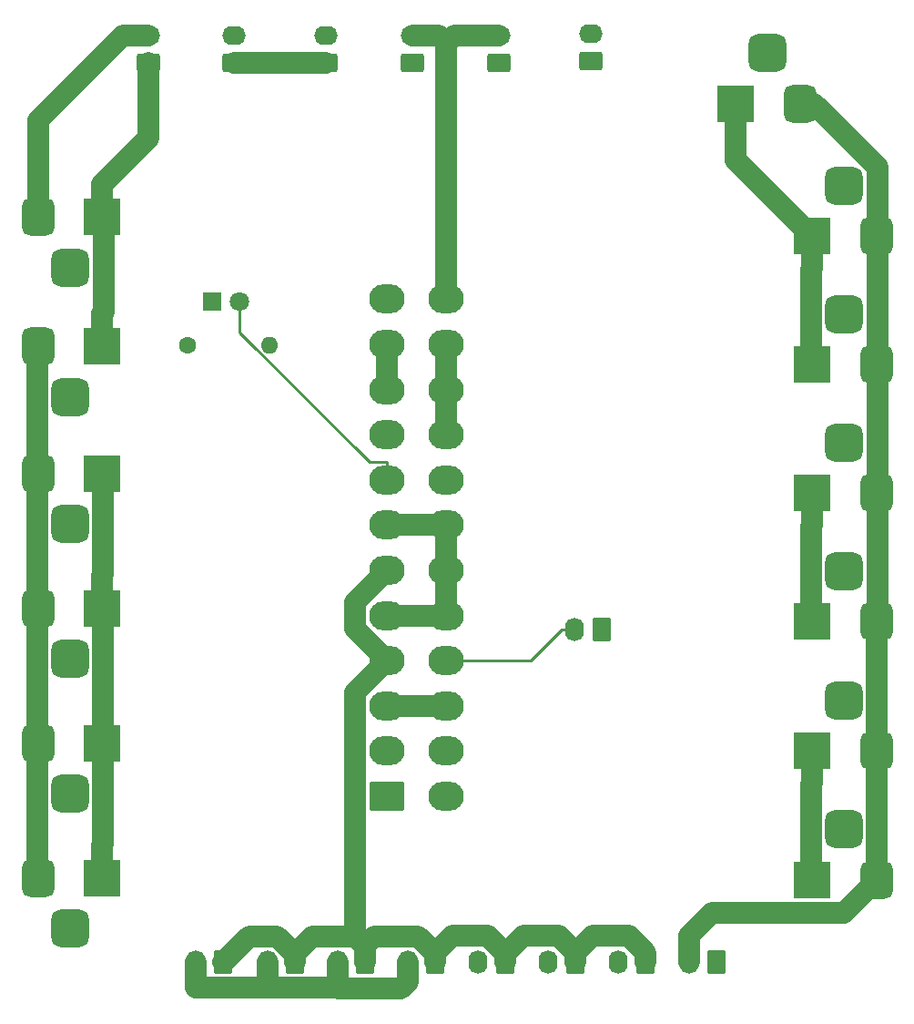
<source format=gbr>
%TF.GenerationSoftware,KiCad,Pcbnew,8.0.3*%
%TF.CreationDate,2024-12-02T19:38:21+10:00*%
%TF.ProjectId,a10 Power Distro PCB v1,61313020-506f-4776-9572-204469737472,rev?*%
%TF.SameCoordinates,Original*%
%TF.FileFunction,Copper,L1,Top*%
%TF.FilePolarity,Positive*%
%FSLAX46Y46*%
G04 Gerber Fmt 4.6, Leading zero omitted, Abs format (unit mm)*
G04 Created by KiCad (PCBNEW 8.0.3) date 2024-12-02 19:38:21*
%MOMM*%
%LPD*%
G01*
G04 APERTURE LIST*
G04 Aperture macros list*
%AMRoundRect*
0 Rectangle with rounded corners*
0 $1 Rounding radius*
0 $2 $3 $4 $5 $6 $7 $8 $9 X,Y pos of 4 corners*
0 Add a 4 corners polygon primitive as box body*
4,1,4,$2,$3,$4,$5,$6,$7,$8,$9,$2,$3,0*
0 Add four circle primitives for the rounded corners*
1,1,$1+$1,$2,$3*
1,1,$1+$1,$4,$5*
1,1,$1+$1,$6,$7*
1,1,$1+$1,$8,$9*
0 Add four rect primitives between the rounded corners*
20,1,$1+$1,$2,$3,$4,$5,0*
20,1,$1+$1,$4,$5,$6,$7,0*
20,1,$1+$1,$6,$7,$8,$9,0*
20,1,$1+$1,$8,$9,$2,$3,0*%
G04 Aperture macros list end*
%TA.AperFunction,ComponentPad*%
%ADD10RoundRect,0.250000X0.620000X0.845000X-0.620000X0.845000X-0.620000X-0.845000X0.620000X-0.845000X0*%
%TD*%
%TA.AperFunction,ComponentPad*%
%ADD11O,1.740000X2.190000*%
%TD*%
%TA.AperFunction,ComponentPad*%
%ADD12R,3.500000X3.500000*%
%TD*%
%TA.AperFunction,ComponentPad*%
%ADD13RoundRect,0.750000X0.750000X1.000000X-0.750000X1.000000X-0.750000X-1.000000X0.750000X-1.000000X0*%
%TD*%
%TA.AperFunction,ComponentPad*%
%ADD14RoundRect,0.875000X0.875000X0.875000X-0.875000X0.875000X-0.875000X-0.875000X0.875000X-0.875000X0*%
%TD*%
%TA.AperFunction,ComponentPad*%
%ADD15RoundRect,0.750000X-0.750000X-1.000000X0.750000X-1.000000X0.750000X1.000000X-0.750000X1.000000X0*%
%TD*%
%TA.AperFunction,ComponentPad*%
%ADD16RoundRect,0.875000X-0.875000X-0.875000X0.875000X-0.875000X0.875000X0.875000X-0.875000X0.875000X0*%
%TD*%
%TA.AperFunction,ComponentPad*%
%ADD17RoundRect,0.250001X1.399999X-1.099999X1.399999X1.099999X-1.399999X1.099999X-1.399999X-1.099999X0*%
%TD*%
%TA.AperFunction,ComponentPad*%
%ADD18O,3.300000X2.700000*%
%TD*%
%TA.AperFunction,ComponentPad*%
%ADD19RoundRect,0.250000X0.845000X-0.620000X0.845000X0.620000X-0.845000X0.620000X-0.845000X-0.620000X0*%
%TD*%
%TA.AperFunction,ComponentPad*%
%ADD20O,2.190000X1.740000*%
%TD*%
%TA.AperFunction,ComponentPad*%
%ADD21R,1.800000X1.800000*%
%TD*%
%TA.AperFunction,ComponentPad*%
%ADD22C,1.800000*%
%TD*%
%TA.AperFunction,ComponentPad*%
%ADD23C,1.600000*%
%TD*%
%TA.AperFunction,ComponentPad*%
%ADD24O,1.600000X1.600000*%
%TD*%
%TA.AperFunction,Conductor*%
%ADD25C,2.000000*%
%TD*%
%TA.AperFunction,Conductor*%
%ADD26C,0.250000*%
%TD*%
G04 APERTURE END LIST*
D10*
%TO.P,J5,1,Pin_1*%
%TO.N,/LED5V1*%
X52228200Y-89750800D03*
D11*
%TO.P,J5,2,Pin_2*%
%TO.N,/LEDGND*%
X49688200Y-89750800D03*
%TD*%
D10*
%TO.P,J13,1,Pin_1*%
%TO.N,/LED5V1*%
X58762200Y-89700000D03*
D11*
%TO.P,J13,2,Pin_2*%
%TO.N,/LEDGND*%
X56222200Y-89700000D03*
%TD*%
D10*
%TO.P,J6,1,Pin_1*%
%TO.N,/LED5V1*%
X65296100Y-89700000D03*
D11*
%TO.P,J6,2,Pin_2*%
%TO.N,/LEDGND*%
X62756100Y-89700000D03*
%TD*%
D10*
%TO.P,J14,1,Pin_1*%
%TO.N,/LED5V1*%
X71830000Y-89700000D03*
D11*
%TO.P,J14,2,Pin_2*%
%TO.N,/LEDGND*%
X69290000Y-89700000D03*
%TD*%
D12*
%TO.P,J1,1,Pin_1*%
%TO.N,/LED5V1*%
X80720000Y-34217500D03*
D13*
%TO.P,J1,2,Pin_2*%
%TO.N,/LEDGND*%
X86720000Y-34217500D03*
D14*
%TO.P,J1,3*%
%TO.N,N/C*%
X83720000Y-29517500D03*
%TD*%
D12*
%TO.P,J16,1,Pin_1*%
%TO.N,/LED5V1*%
X80720000Y-46147500D03*
D13*
%TO.P,J16,2,Pin_2*%
%TO.N,/LEDGND*%
X86720000Y-46147500D03*
D14*
%TO.P,J16,3*%
%TO.N,N/C*%
X83720000Y-41447500D03*
%TD*%
D12*
%TO.P,J2,1,Pin_1*%
%TO.N,/LED5V1*%
X80720000Y-58107500D03*
D13*
%TO.P,J2,2,Pin_2*%
%TO.N,/LEDGND*%
X86720000Y-58107500D03*
D14*
%TO.P,J2,3*%
%TO.N,N/C*%
X83720000Y-53407500D03*
%TD*%
D12*
%TO.P,J17,1,Pin_1*%
%TO.N,/LED5V1*%
X80720000Y-70117500D03*
D13*
%TO.P,J17,2,Pin_2*%
%TO.N,/LEDGND*%
X86720000Y-70117500D03*
D14*
%TO.P,J17,3*%
%TO.N,N/C*%
X83720000Y-65417500D03*
%TD*%
D12*
%TO.P,J23,1,Pin_1*%
%TO.N,/12VSOCKETS+*%
X14750000Y-44330000D03*
D15*
%TO.P,J23,2,Pin_2*%
%TO.N,/LEDGND*%
X8750000Y-44330000D03*
D16*
%TO.P,J23,3*%
%TO.N,N/C*%
X11750000Y-49030000D03*
%TD*%
D12*
%TO.P,J8,1,Pin_1*%
%TO.N,/12VSOCKETS+*%
X14750000Y-56865800D03*
D15*
%TO.P,J8,2,Pin_2*%
%TO.N,/LEDGND*%
X8750000Y-56865800D03*
D16*
%TO.P,J8,3*%
%TO.N,N/C*%
X11750000Y-61565800D03*
%TD*%
D12*
%TO.P,J24,1,Pin_1*%
%TO.N,/12VSOCKETS+*%
X14750000Y-69401600D03*
D15*
%TO.P,J24,2,Pin_2*%
%TO.N,/LEDGND*%
X8750000Y-69401600D03*
D16*
%TO.P,J24,3*%
%TO.N,N/C*%
X11750000Y-74101600D03*
%TD*%
D17*
%TO.P,J29,1,Pin_1*%
%TO.N,unconnected-(J29-Pad1)*%
X41237000Y-74330000D03*
D18*
%TO.P,J29,2,Pin_2*%
%TO.N,unconnected-(J29-Pad2)*%
X41237000Y-70130000D03*
%TO.P,J29,3,Pin_3*%
%TO.N,/LEDGND*%
X41237000Y-65930000D03*
%TO.P,J29,4,Pin_4*%
%TO.N,/LED5V1*%
X41237000Y-61730000D03*
%TO.P,J29,5,Pin_5*%
%TO.N,/LEDGND*%
X41237000Y-57530000D03*
%TO.P,J29,6,Pin_6*%
%TO.N,/LED5V1*%
X41237000Y-53330000D03*
%TO.P,J29,7,Pin_7*%
%TO.N,/LEDGND*%
X41237000Y-49130000D03*
%TO.P,J29,8,Pin_8*%
%TO.N,/PWRGOOD*%
X41237000Y-44930000D03*
%TO.P,J29,9,Pin_9*%
%TO.N,unconnected-(J29-Pad9)*%
X41237000Y-40730000D03*
%TO.P,J29,10,Pin_10*%
%TO.N,/12VSOCKETS+*%
X41237000Y-36530000D03*
%TO.P,J29,11,Pin_11*%
X41237000Y-32330000D03*
%TO.P,J29,12,Pin_12*%
%TO.N,unconnected-(J29-Pad12)*%
X41237000Y-28130000D03*
%TO.P,J29,13,Pin_13*%
%TO.N,unconnected-(J29-Pad13)*%
X46737000Y-74330000D03*
%TO.P,J29,14,Pin_14*%
%TO.N,unconnected-(J29-Pad14)*%
X46737000Y-70130000D03*
%TO.P,J29,15,Pin_15*%
%TO.N,/LEDGND*%
X46737000Y-65930000D03*
%TO.P,J29,16,Pin_16*%
%TO.N,/PSUSW*%
X46737000Y-61730000D03*
%TO.P,J29,17,Pin_17*%
%TO.N,/LEDGND*%
X46737000Y-57530000D03*
%TO.P,J29,18,Pin_18*%
X46737000Y-53330000D03*
%TO.P,J29,19,Pin_19*%
X46737000Y-49130000D03*
%TO.P,J29,20,Pin_20*%
%TO.N,unconnected-(J29-Pad20)*%
X46737000Y-44930000D03*
%TO.P,J29,21,Pin_21*%
%TO.N,/LED5V1*%
X46737000Y-40730000D03*
%TO.P,J29,22,Pin_22*%
X46737000Y-36530000D03*
%TO.P,J29,23,Pin_23*%
X46737000Y-32330000D03*
%TO.P,J29,24,Pin_24*%
%TO.N,/LEDGND*%
X46737000Y-28130000D03*
%TD*%
D19*
%TO.P,J9,1,Pin_1*%
%TO.N,/12VSOCKETS+*%
X27005600Y-6200000D03*
D20*
%TO.P,J9,2,Pin_2*%
%TO.N,/LEDGND*%
X27005600Y-3660000D03*
%TD*%
D19*
%TO.P,J26,1,Pin_1*%
%TO.N,/12VSOCKETS+*%
X51595600Y-6160000D03*
D20*
%TO.P,J26,2,Pin_2*%
%TO.N,/LEDGND*%
X51595600Y-3620000D03*
%TD*%
D19*
%TO.P,J10,1,Pin_1*%
%TO.N,/12VSOCKETS+*%
X19030000Y-6200000D03*
D20*
%TO.P,J10,2,Pin_2*%
%TO.N,/LEDGND*%
X19030000Y-3660000D03*
%TD*%
D19*
%TO.P,J27,1,Pin_1*%
%TO.N,/12VSOCKETS+*%
X43620000Y-6160000D03*
D20*
%TO.P,J27,2,Pin_2*%
%TO.N,/LEDGND*%
X43620000Y-3620000D03*
%TD*%
D10*
%TO.P,J28,1,Pin_1*%
%TO.N,/LEDGND*%
X61190000Y-58820000D03*
D11*
%TO.P,J28,2,Pin_2*%
%TO.N,/PSUSW*%
X58650000Y-58820000D03*
%TD*%
D12*
%TO.P,J18,1,Pin_1*%
%TO.N,/LED5V1*%
X80720000Y-82097500D03*
D13*
%TO.P,J18,2,Pin_2*%
%TO.N,/LEDGND*%
X86720000Y-82097500D03*
D14*
%TO.P,J18,3*%
%TO.N,N/C*%
X83720000Y-77397500D03*
%TD*%
D12*
%TO.P,J25,1,Pin_1*%
%TO.N,/12VSOCKETS+*%
X14750000Y-81937400D03*
D15*
%TO.P,J25,2,Pin_2*%
%TO.N,/LEDGND*%
X8750000Y-81937400D03*
D16*
%TO.P,J25,3*%
%TO.N,N/C*%
X11750000Y-86637400D03*
%TD*%
D21*
%TO.P,D1,1,K*%
%TO.N,Net-(D1-Pad1)*%
X24961000Y-28394000D03*
D22*
%TO.P,D1,2,A*%
%TO.N,/PWRGOOD*%
X27501000Y-28394000D03*
%TD*%
D23*
%TO.P,R1,1*%
%TO.N,/LEDGND*%
X22681000Y-32394000D03*
D24*
%TO.P,R1,2*%
%TO.N,Net-(D1-Pad1)*%
X30301000Y-32394000D03*
%TD*%
D19*
%TO.P,J21,1,Pin_1*%
%TO.N,/12VSOCKETS+*%
X35502000Y-6209600D03*
D20*
%TO.P,J21,2,Pin_2*%
%TO.N,/LEDGND*%
X35502000Y-3669600D03*
%TD*%
D19*
%TO.P,J22,1,Pin_1*%
%TO.N,/12VSOCKETS+*%
X60142800Y-6017200D03*
D20*
%TO.P,J22,2,Pin_2*%
%TO.N,/LEDGND*%
X60142800Y-3477200D03*
%TD*%
D10*
%TO.P,J19,1,Pin_1*%
%TO.N,/LED5V1*%
X45694300Y-89750800D03*
D11*
%TO.P,J19,2,Pin_2*%
%TO.N,/LEDGND*%
X43154300Y-89750800D03*
%TD*%
D10*
%TO.P,J20,1,Pin_1*%
%TO.N,/LED5V1*%
X39160400Y-89750800D03*
D11*
%TO.P,J20,2,Pin_2*%
%TO.N,/LEDGND*%
X36620400Y-89750800D03*
%TD*%
D10*
%TO.P,J7,1,Pin_1*%
%TO.N,/LED5V1*%
X26010000Y-89720000D03*
D11*
%TO.P,J7,2,Pin_2*%
%TO.N,/LEDGND*%
X23470000Y-89720000D03*
%TD*%
D12*
%TO.P,J12,1,Pin_1*%
%TO.N,/12VSOCKETS+*%
X14750000Y-20506700D03*
D15*
%TO.P,J12,2,Pin_2*%
%TO.N,/LEDGND*%
X8750000Y-20506700D03*
D16*
%TO.P,J12,3*%
%TO.N,N/C*%
X11750000Y-25206700D03*
%TD*%
D10*
%TO.P,J15,1,Pin_1*%
%TO.N,/LED5V1*%
X32630000Y-89740000D03*
D11*
%TO.P,J15,2,Pin_2*%
%TO.N,/LEDGND*%
X30090000Y-89740000D03*
%TD*%
D12*
%TO.P,J4,1,Pin_1*%
%TO.N,/LED5V1*%
X73640000Y-9947500D03*
D13*
%TO.P,J4,2,Pin_2*%
%TO.N,/LEDGND*%
X79640000Y-9947500D03*
D14*
%TO.P,J4,3*%
%TO.N,N/C*%
X76640000Y-5247500D03*
%TD*%
D12*
%TO.P,J3,1,Pin_1*%
%TO.N,/LED5V1*%
X80720000Y-22277500D03*
D13*
%TO.P,J3,2,Pin_2*%
%TO.N,/LEDGND*%
X86720000Y-22277500D03*
D14*
%TO.P,J3,3*%
%TO.N,N/C*%
X83720000Y-17577500D03*
%TD*%
D12*
%TO.P,J11,1,Pin_1*%
%TO.N,/12VSOCKETS+*%
X14750000Y-32506700D03*
D15*
%TO.P,J11,2,Pin_2*%
%TO.N,/LEDGND*%
X8750000Y-32506700D03*
D16*
%TO.P,J11,3*%
%TO.N,N/C*%
X11750000Y-37206700D03*
%TD*%
D25*
%TO.N,/LED5V1*%
X46737000Y-36530000D02*
X46737000Y-32330000D01*
X80666300Y-34163800D02*
X80666300Y-25381500D01*
X39160400Y-89750800D02*
X39160400Y-88248800D01*
X80666300Y-73221500D02*
X80720000Y-73167800D01*
X31001500Y-87332500D02*
X32630000Y-88961000D01*
X52228200Y-88987000D02*
X53923200Y-87292000D01*
X80720000Y-34217500D02*
X80666300Y-34163800D01*
X80621100Y-49296700D02*
X80720000Y-49197800D01*
X40053800Y-87355400D02*
X39160400Y-88248800D01*
X80720000Y-46147500D02*
X80720000Y-49197800D01*
X80621100Y-58008600D02*
X80621100Y-49296700D01*
X65296100Y-89700000D02*
X65296100Y-88875300D01*
X80720000Y-70117500D02*
X80720000Y-73167800D01*
X80666300Y-25381500D02*
X80720000Y-25327800D01*
X80720000Y-22277500D02*
X80720000Y-25327800D01*
X38256200Y-64710800D02*
X41237000Y-61730000D01*
X41237000Y-61730000D02*
X38283400Y-58776400D01*
X57179900Y-87292000D02*
X58762200Y-88874300D01*
X52228200Y-89750800D02*
X52228200Y-88987000D01*
X53923200Y-87292000D02*
X57179900Y-87292000D01*
X46737000Y-40730000D02*
X46737000Y-36530000D01*
X63725400Y-87304600D02*
X60331900Y-87304600D01*
X38283400Y-56283600D02*
X41237000Y-53330000D01*
X38256200Y-87344600D02*
X34246400Y-87344600D01*
X34246400Y-87344600D02*
X32630000Y-88961000D01*
X28397500Y-87332500D02*
X31001500Y-87332500D01*
X45694300Y-89750800D02*
X45694300Y-88926100D01*
X80720000Y-82097500D02*
X80666300Y-82043800D01*
X65296100Y-88875300D02*
X63725400Y-87304600D01*
X38256200Y-87344600D02*
X38256200Y-64710800D01*
X39160400Y-88248800D02*
X38256200Y-87344600D01*
X60331900Y-87304600D02*
X58762200Y-88874300D01*
X38283400Y-58776400D02*
X38283400Y-56283600D01*
X52228200Y-88987000D02*
X50567200Y-87326000D01*
X47294400Y-87326000D02*
X45694300Y-88926100D01*
X73640000Y-9947500D02*
X73640000Y-15197500D01*
X45694300Y-88926100D02*
X44123600Y-87355400D01*
X58762200Y-88874300D02*
X58762200Y-89700000D01*
X80666300Y-82043800D02*
X80666300Y-73221500D01*
X44123600Y-87355400D02*
X40053800Y-87355400D01*
X32630000Y-88961000D02*
X32630000Y-89740000D01*
X26010000Y-89720000D02*
X28397500Y-87332500D01*
X80720000Y-58107500D02*
X80621100Y-58008600D01*
X73640000Y-15197500D02*
X80720000Y-22277500D01*
X50567200Y-87326000D02*
X47294400Y-87326000D01*
%TO.N,/12VSOCKETS+*%
X14750000Y-32506700D02*
X14750000Y-29456400D01*
X14824700Y-70367600D02*
X14824700Y-78812400D01*
X14824700Y-69476300D02*
X14824700Y-70367600D01*
X14750000Y-56865800D02*
X14750000Y-53815500D01*
X14750000Y-69401600D02*
X14824700Y-69476300D01*
X41237000Y-36530000D02*
X41237000Y-32330000D01*
X14852900Y-29353500D02*
X14852900Y-20609600D01*
X14750000Y-29456400D02*
X14852900Y-29353500D01*
X14852900Y-20609600D02*
X14750000Y-20506700D01*
X14803700Y-44383700D02*
X14803700Y-53761800D01*
X14750000Y-17456400D02*
X19030000Y-13176400D01*
X14824700Y-78812400D02*
X14750000Y-78887100D01*
X14824700Y-70367600D02*
X14824700Y-56940500D01*
X14750000Y-44330000D02*
X14803700Y-44383700D01*
X27015200Y-6209600D02*
X27005600Y-6200000D01*
X19030000Y-13176400D02*
X19030000Y-6200000D01*
X35502000Y-6209600D02*
X27015200Y-6209600D01*
X14824700Y-56940500D02*
X14750000Y-56865800D01*
X14750000Y-20506700D02*
X14750000Y-17456400D01*
X14750000Y-81937400D02*
X14750000Y-78887100D01*
X14803700Y-53761800D02*
X14750000Y-53815500D01*
%TO.N,/LEDGND*%
X8750000Y-44330000D02*
X8696300Y-44276300D01*
X8674400Y-69401600D02*
X8674400Y-56941400D01*
X86822900Y-46044600D02*
X86822900Y-34320400D01*
X8696300Y-32560400D02*
X8750000Y-32506700D01*
X36620400Y-89750800D02*
X36620400Y-91566100D01*
X86824600Y-22172900D02*
X86720000Y-22277500D01*
X41237000Y-65930000D02*
X46737000Y-65930000D01*
X43154300Y-89750800D02*
X43154300Y-91571500D01*
X47458700Y-3620000D02*
X46737000Y-4341700D01*
X30091100Y-92136400D02*
X30090000Y-92135300D01*
X36620400Y-92136400D02*
X30091100Y-92136400D01*
X86824600Y-15832000D02*
X86824600Y-22172900D01*
X36715100Y-92231100D02*
X36620400Y-92136400D01*
X41237000Y-49130000D02*
X44187300Y-49130000D01*
X46015300Y-3620000D02*
X46737000Y-4341700D01*
X16634700Y-3660000D02*
X8750000Y-11544700D01*
X69290000Y-87304700D02*
X71446900Y-85147800D01*
X8750000Y-11544700D02*
X8750000Y-20506700D01*
X80940100Y-9947500D02*
X86824600Y-15832000D01*
X30090000Y-91550700D02*
X30090000Y-92116400D01*
X71446900Y-85147800D02*
X83669700Y-85147800D01*
X46737000Y-57530000D02*
X44187300Y-57530000D01*
X79640000Y-9947500D02*
X80940100Y-9947500D01*
X23471100Y-92116400D02*
X23470000Y-92115300D01*
X30090000Y-92116400D02*
X23471100Y-92116400D01*
X86720000Y-82097500D02*
X86773700Y-82043800D01*
X86822900Y-34114600D02*
X86822900Y-22380400D01*
X46737000Y-49130000D02*
X44187300Y-49130000D01*
X8696300Y-56812100D02*
X8696300Y-44383700D01*
X83669700Y-85147800D02*
X86720000Y-82097500D01*
X23470000Y-89720000D02*
X23470000Y-92115300D01*
X30090000Y-89740000D02*
X30090000Y-91550700D01*
X8674400Y-56941400D02*
X8750000Y-56865800D01*
X86720000Y-58107500D02*
X86773700Y-58161200D01*
X46737000Y-57530000D02*
X46737000Y-53330000D01*
X43620000Y-3620000D02*
X46015300Y-3620000D01*
X36620400Y-91566100D02*
X36620400Y-92136400D01*
X43154300Y-91571500D02*
X42494700Y-92231100D01*
X46737000Y-4341700D02*
X46737000Y-28130000D01*
X8750000Y-81937400D02*
X8674400Y-81861800D01*
X8750000Y-69401600D02*
X8674400Y-69401600D01*
X86808900Y-46236400D02*
X86720000Y-46147500D01*
X86720000Y-58107500D02*
X86808900Y-58018600D01*
X86720000Y-46147500D02*
X86822900Y-46044600D01*
X8750000Y-56865800D02*
X8696300Y-56812100D01*
X86773700Y-70063800D02*
X86720000Y-70117500D01*
X86808900Y-58018600D02*
X86808900Y-46236400D01*
X46737000Y-53330000D02*
X46737000Y-49130000D01*
X8696300Y-44276300D02*
X8696300Y-32560400D01*
X86822900Y-22380400D02*
X86720000Y-22277500D01*
X86773700Y-70171200D02*
X86720000Y-70117500D01*
X86773700Y-82043800D02*
X86773700Y-70171200D01*
X69290000Y-89700000D02*
X69290000Y-87304700D01*
X86720000Y-34217500D02*
X86822900Y-34114600D01*
X42494700Y-92231100D02*
X36715100Y-92231100D01*
X8674400Y-81861800D02*
X8674400Y-69401600D01*
X41237000Y-57530000D02*
X44187300Y-57530000D01*
X30090000Y-92116400D02*
X30090000Y-92135300D01*
X8696300Y-44383700D02*
X8750000Y-44330000D01*
X19030000Y-3660000D02*
X16634700Y-3660000D01*
X51595600Y-3620000D02*
X47458700Y-3620000D01*
X86773700Y-58161200D02*
X86773700Y-70063800D01*
X86822900Y-34320400D02*
X86720000Y-34217500D01*
D26*
%TO.N,/PWRGOOD*%
X27501000Y-31194000D02*
X27501000Y-28394000D01*
X41237000Y-43254700D02*
X39561700Y-43254700D01*
X41237000Y-44930000D02*
X41237000Y-43254700D01*
X39561700Y-43254700D02*
X27501000Y-31194000D01*
%TO.N,/PSUSW*%
X46737000Y-61730000D02*
X54544700Y-61730000D01*
X58650000Y-58820000D02*
X57454700Y-58820000D01*
X54544700Y-61730000D02*
X57454700Y-58820000D01*
%TD*%
M02*

</source>
